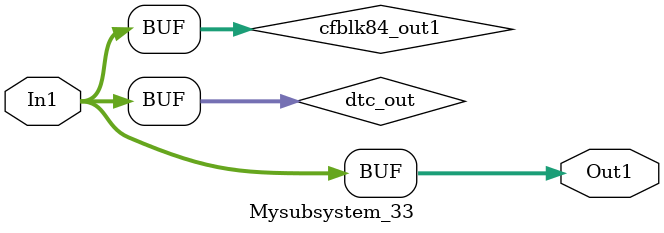
<source format=v>



`timescale 1 ns / 1 ns

module Mysubsystem_33
          (In1,
           Out1);


  input   [7:0] In1;  // uint8
  output  [7:0] Out1;  // uint8


  wire [7:0] dtc_out;  // ufix8
  wire [7:0] cfblk84_out1;  // uint8


  assign dtc_out = In1;



  assign cfblk84_out1 = dtc_out;



  assign Out1 = cfblk84_out1;

endmodule  // Mysubsystem_33


</source>
